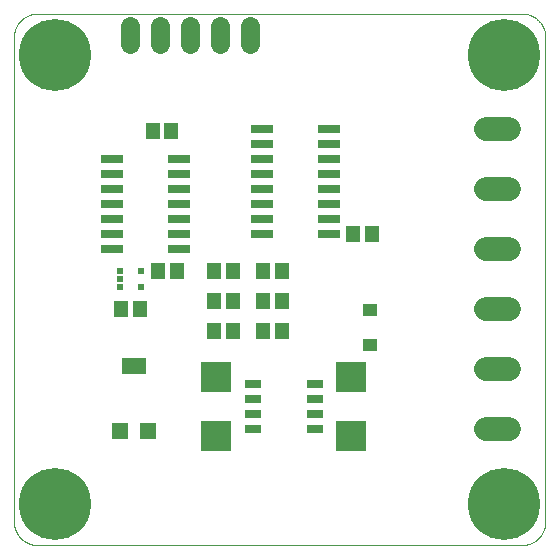
<source format=gts>
G75*
%MOIN*%
%OFA0B0*%
%FSLAX25Y25*%
%IPPOS*%
%LPD*%
%AMOC8*
5,1,8,0,0,1.08239X$1,22.5*
%
%ADD10C,0.00400*%
%ADD11R,0.04731X0.05518*%
%ADD12R,0.09849X0.09849*%
%ADD13R,0.07290X0.03156*%
%ADD14R,0.05518X0.02762*%
%ADD15C,0.06337*%
%ADD16R,0.05518X0.05518*%
%ADD17R,0.08274X0.05518*%
%ADD18R,0.02369X0.02369*%
%ADD19R,0.02369X0.01975*%
%ADD20C,0.08077*%
%ADD21R,0.05124X0.03943*%
%ADD22C,0.24022*%
D10*
X0024406Y0009130D02*
X0024406Y0170547D01*
X0024408Y0170737D01*
X0024415Y0170927D01*
X0024427Y0171117D01*
X0024443Y0171307D01*
X0024463Y0171496D01*
X0024489Y0171685D01*
X0024518Y0171873D01*
X0024553Y0172060D01*
X0024592Y0172246D01*
X0024635Y0172431D01*
X0024683Y0172616D01*
X0024735Y0172799D01*
X0024791Y0172980D01*
X0024852Y0173160D01*
X0024918Y0173339D01*
X0024987Y0173516D01*
X0025061Y0173692D01*
X0025139Y0173865D01*
X0025222Y0174037D01*
X0025308Y0174206D01*
X0025398Y0174374D01*
X0025493Y0174539D01*
X0025591Y0174702D01*
X0025694Y0174862D01*
X0025800Y0175020D01*
X0025910Y0175175D01*
X0026023Y0175328D01*
X0026141Y0175478D01*
X0026262Y0175624D01*
X0026386Y0175768D01*
X0026514Y0175909D01*
X0026645Y0176047D01*
X0026780Y0176182D01*
X0026918Y0176313D01*
X0027059Y0176441D01*
X0027203Y0176565D01*
X0027349Y0176686D01*
X0027499Y0176804D01*
X0027652Y0176917D01*
X0027807Y0177027D01*
X0027965Y0177133D01*
X0028125Y0177236D01*
X0028288Y0177334D01*
X0028453Y0177429D01*
X0028621Y0177519D01*
X0028790Y0177605D01*
X0028962Y0177688D01*
X0029135Y0177766D01*
X0029311Y0177840D01*
X0029488Y0177909D01*
X0029667Y0177975D01*
X0029847Y0178036D01*
X0030028Y0178092D01*
X0030211Y0178144D01*
X0030396Y0178192D01*
X0030581Y0178235D01*
X0030767Y0178274D01*
X0030954Y0178309D01*
X0031142Y0178338D01*
X0031331Y0178364D01*
X0031520Y0178384D01*
X0031710Y0178400D01*
X0031900Y0178412D01*
X0032090Y0178419D01*
X0032280Y0178421D01*
X0193698Y0178421D01*
X0193888Y0178419D01*
X0194078Y0178412D01*
X0194268Y0178400D01*
X0194458Y0178384D01*
X0194647Y0178364D01*
X0194836Y0178338D01*
X0195024Y0178309D01*
X0195211Y0178274D01*
X0195397Y0178235D01*
X0195582Y0178192D01*
X0195767Y0178144D01*
X0195950Y0178092D01*
X0196131Y0178036D01*
X0196311Y0177975D01*
X0196490Y0177909D01*
X0196667Y0177840D01*
X0196843Y0177766D01*
X0197016Y0177688D01*
X0197188Y0177605D01*
X0197357Y0177519D01*
X0197525Y0177429D01*
X0197690Y0177334D01*
X0197853Y0177236D01*
X0198013Y0177133D01*
X0198171Y0177027D01*
X0198326Y0176917D01*
X0198479Y0176804D01*
X0198629Y0176686D01*
X0198775Y0176565D01*
X0198919Y0176441D01*
X0199060Y0176313D01*
X0199198Y0176182D01*
X0199333Y0176047D01*
X0199464Y0175909D01*
X0199592Y0175768D01*
X0199716Y0175624D01*
X0199837Y0175478D01*
X0199955Y0175328D01*
X0200068Y0175175D01*
X0200178Y0175020D01*
X0200284Y0174862D01*
X0200387Y0174702D01*
X0200485Y0174539D01*
X0200580Y0174374D01*
X0200670Y0174206D01*
X0200756Y0174037D01*
X0200839Y0173865D01*
X0200917Y0173692D01*
X0200991Y0173516D01*
X0201060Y0173339D01*
X0201126Y0173160D01*
X0201187Y0172980D01*
X0201243Y0172799D01*
X0201295Y0172616D01*
X0201343Y0172431D01*
X0201386Y0172246D01*
X0201425Y0172060D01*
X0201460Y0171873D01*
X0201489Y0171685D01*
X0201515Y0171496D01*
X0201535Y0171307D01*
X0201551Y0171117D01*
X0201563Y0170927D01*
X0201570Y0170737D01*
X0201572Y0170547D01*
X0201572Y0009130D01*
X0201570Y0008940D01*
X0201563Y0008750D01*
X0201551Y0008560D01*
X0201535Y0008370D01*
X0201515Y0008181D01*
X0201489Y0007992D01*
X0201460Y0007804D01*
X0201425Y0007617D01*
X0201386Y0007431D01*
X0201343Y0007246D01*
X0201295Y0007061D01*
X0201243Y0006878D01*
X0201187Y0006697D01*
X0201126Y0006517D01*
X0201060Y0006338D01*
X0200991Y0006161D01*
X0200917Y0005985D01*
X0200839Y0005812D01*
X0200756Y0005640D01*
X0200670Y0005471D01*
X0200580Y0005303D01*
X0200485Y0005138D01*
X0200387Y0004975D01*
X0200284Y0004815D01*
X0200178Y0004657D01*
X0200068Y0004502D01*
X0199955Y0004349D01*
X0199837Y0004199D01*
X0199716Y0004053D01*
X0199592Y0003909D01*
X0199464Y0003768D01*
X0199333Y0003630D01*
X0199198Y0003495D01*
X0199060Y0003364D01*
X0198919Y0003236D01*
X0198775Y0003112D01*
X0198629Y0002991D01*
X0198479Y0002873D01*
X0198326Y0002760D01*
X0198171Y0002650D01*
X0198013Y0002544D01*
X0197853Y0002441D01*
X0197690Y0002343D01*
X0197525Y0002248D01*
X0197357Y0002158D01*
X0197188Y0002072D01*
X0197016Y0001989D01*
X0196843Y0001911D01*
X0196667Y0001837D01*
X0196490Y0001768D01*
X0196311Y0001702D01*
X0196131Y0001641D01*
X0195950Y0001585D01*
X0195767Y0001533D01*
X0195582Y0001485D01*
X0195397Y0001442D01*
X0195211Y0001403D01*
X0195024Y0001368D01*
X0194836Y0001339D01*
X0194647Y0001313D01*
X0194458Y0001293D01*
X0194268Y0001277D01*
X0194078Y0001265D01*
X0193888Y0001258D01*
X0193698Y0001256D01*
X0032280Y0001256D01*
X0032090Y0001258D01*
X0031900Y0001265D01*
X0031710Y0001277D01*
X0031520Y0001293D01*
X0031331Y0001313D01*
X0031142Y0001339D01*
X0030954Y0001368D01*
X0030767Y0001403D01*
X0030581Y0001442D01*
X0030396Y0001485D01*
X0030211Y0001533D01*
X0030028Y0001585D01*
X0029847Y0001641D01*
X0029667Y0001702D01*
X0029488Y0001768D01*
X0029311Y0001837D01*
X0029135Y0001911D01*
X0028962Y0001989D01*
X0028790Y0002072D01*
X0028621Y0002158D01*
X0028453Y0002248D01*
X0028288Y0002343D01*
X0028125Y0002441D01*
X0027965Y0002544D01*
X0027807Y0002650D01*
X0027652Y0002760D01*
X0027499Y0002873D01*
X0027349Y0002991D01*
X0027203Y0003112D01*
X0027059Y0003236D01*
X0026918Y0003364D01*
X0026780Y0003495D01*
X0026645Y0003630D01*
X0026514Y0003768D01*
X0026386Y0003909D01*
X0026262Y0004053D01*
X0026141Y0004199D01*
X0026023Y0004349D01*
X0025910Y0004502D01*
X0025800Y0004657D01*
X0025694Y0004815D01*
X0025591Y0004975D01*
X0025493Y0005138D01*
X0025398Y0005303D01*
X0025308Y0005471D01*
X0025222Y0005640D01*
X0025139Y0005812D01*
X0025061Y0005985D01*
X0024987Y0006161D01*
X0024918Y0006338D01*
X0024852Y0006517D01*
X0024791Y0006697D01*
X0024735Y0006878D01*
X0024683Y0007061D01*
X0024635Y0007246D01*
X0024592Y0007431D01*
X0024553Y0007617D01*
X0024518Y0007804D01*
X0024489Y0007992D01*
X0024463Y0008181D01*
X0024443Y0008370D01*
X0024427Y0008560D01*
X0024415Y0008750D01*
X0024408Y0008940D01*
X0024406Y0009130D01*
D11*
X0091257Y0072506D03*
X0097556Y0072506D03*
X0107507Y0072506D03*
X0113806Y0072506D03*
X0113806Y0082506D03*
X0107507Y0082506D03*
X0097556Y0082506D03*
X0091257Y0082506D03*
X0091257Y0092506D03*
X0097556Y0092506D03*
X0107507Y0092506D03*
X0113806Y0092506D03*
X0137507Y0105006D03*
X0143806Y0105006D03*
X0078806Y0092506D03*
X0072507Y0092506D03*
X0066306Y0080006D03*
X0060007Y0080006D03*
X0070632Y0139381D03*
X0076931Y0139381D03*
D12*
X0091906Y0057348D03*
X0091906Y0037663D03*
X0136906Y0037663D03*
X0136906Y0057348D03*
D13*
X0129278Y0105006D03*
X0129278Y0110006D03*
X0129278Y0115006D03*
X0129278Y0120006D03*
X0129278Y0125006D03*
X0129278Y0130006D03*
X0129278Y0135006D03*
X0129278Y0140006D03*
X0107034Y0140006D03*
X0107034Y0135006D03*
X0107034Y0130006D03*
X0107034Y0125006D03*
X0107034Y0120006D03*
X0107034Y0115006D03*
X0107034Y0110006D03*
X0107034Y0105006D03*
X0079278Y0105006D03*
X0079278Y0100006D03*
X0079278Y0110006D03*
X0079278Y0115006D03*
X0079278Y0120006D03*
X0079278Y0125006D03*
X0079278Y0130006D03*
X0057034Y0130006D03*
X0057034Y0125006D03*
X0057034Y0120006D03*
X0057034Y0115006D03*
X0057034Y0110006D03*
X0057034Y0105006D03*
X0057034Y0100006D03*
D14*
X0103973Y0055006D03*
X0103973Y0050006D03*
X0103973Y0045006D03*
X0103973Y0040006D03*
X0124839Y0040006D03*
X0124839Y0045006D03*
X0124839Y0050006D03*
X0124839Y0055006D03*
D15*
X0103156Y0168287D02*
X0103156Y0174224D01*
X0093156Y0174224D02*
X0093156Y0168287D01*
X0083156Y0168287D02*
X0083156Y0174224D01*
X0073156Y0174224D02*
X0073156Y0168287D01*
X0063156Y0168287D02*
X0063156Y0174224D01*
D16*
X0059879Y0039179D03*
X0068934Y0039179D03*
D17*
X0064406Y0060833D03*
D18*
X0066699Y0087250D03*
X0066699Y0092762D03*
X0059613Y0092762D03*
X0059613Y0087250D03*
D19*
X0059613Y0090006D03*
D20*
X0181818Y0100006D02*
X0189495Y0100006D01*
X0189495Y0120006D02*
X0181818Y0120006D01*
X0181818Y0140006D02*
X0189495Y0140006D01*
X0189495Y0080006D02*
X0181818Y0080006D01*
X0181818Y0060006D02*
X0189495Y0060006D01*
X0189495Y0040006D02*
X0181818Y0040006D01*
D21*
X0143156Y0067850D03*
X0143156Y0079661D03*
D22*
X0187792Y0015035D03*
X0038186Y0015035D03*
X0038186Y0164642D03*
X0187792Y0164642D03*
M02*

</source>
